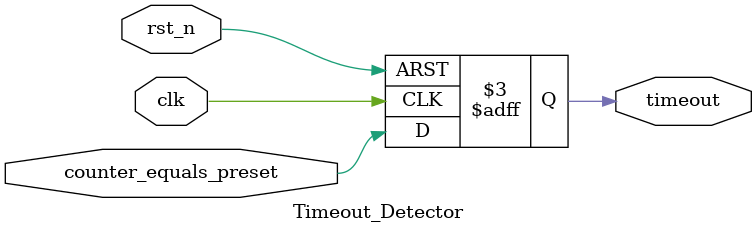
<source format=sv>
module Timer_SyncLoad #(parameter WIDTH=8) (
    input clk, rst_n, enable,
    input [WIDTH-1:0] preset,
    output timeout
);
    // 内部连线
    wire [WIDTH-1:0] counter_value;
    wire counter_equals_preset;
    
    // 计数器子模块实例化
    Counter_Module #(
        .WIDTH(WIDTH)
    ) counter_inst (
        .clk(clk),
        .rst_n(rst_n),
        .enable(enable),
        .preset(preset),
        .counter_value(counter_value),
        .counter_equals_preset(counter_equals_preset)
    );
    
    // 超时检测子模块实例化
    Timeout_Detector timeout_detector_inst (
        .clk(clk),
        .rst_n(rst_n),
        .counter_equals_preset(counter_equals_preset),
        .timeout(timeout)
    );
    
endmodule

// 计数器子模块
module Counter_Module #(parameter WIDTH=8) (
    input clk, rst_n, enable,
    input [WIDTH-1:0] preset,
    output reg [WIDTH-1:0] counter_value,
    output counter_equals_preset
);
    // 计数逻辑
    always @(posedge clk or negedge rst_n) begin
        if (!rst_n) 
            counter_value <= {WIDTH{1'b0}};
        else if (enable)
            counter_value <= (counter_value == preset) ? {WIDTH{1'b0}} : counter_value + 1'b1;
    end
    
    // 比较逻辑
    assign counter_equals_preset = (counter_value == preset);
    
endmodule

// 超时检测子模块
module Timeout_Detector (
    input clk, rst_n,
    input counter_equals_preset,
    output reg timeout
);
    // 超时检测逻辑
    always @(posedge clk or negedge rst_n) begin
        if (!rst_n)
            timeout <= 1'b0;
        else
            timeout <= counter_equals_preset;
    end
    
endmodule
</source>
